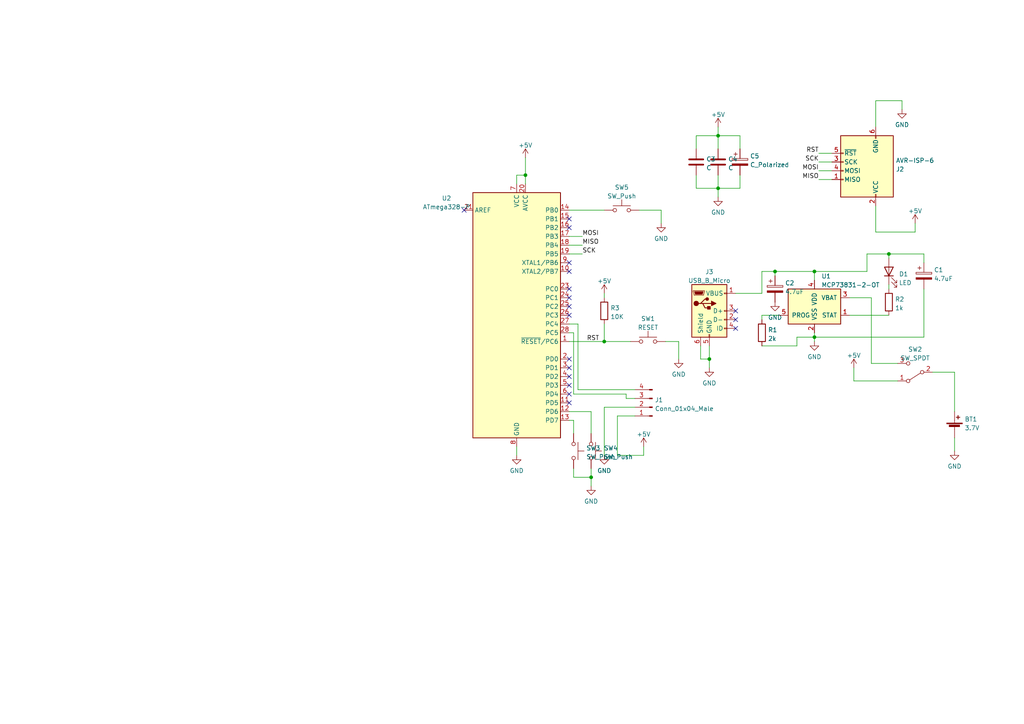
<source format=kicad_sch>
(kicad_sch (version 20211123) (generator eeschema)
  (paper "A4")
  (lib_symbols
    (symbol "Battery_Management:MCP73831-2-OT" (pin_names (offset 1.016))
      (property "Reference" "U" (at -7.62 6.35 0))
      (property "Value" "MCP73831-2-OT" (at 1.27 6.35 0))
      (symbol "MCP73831-2-OT_0_1"
        (rectangle (start -7.62 5.08) (end 7.62 -5.08) (stroke (width 0.254)) (fill (type background)))
      )
      (symbol "MCP73831-2-OT_1_1"
        (pin output line (at 10.16 -2.54 180) (length 2.54) (name "STAT") (number "1"))
        (pin power_in line (at 0 -7.62 90) (length 2.54) (name "VSS") (number "2"))
        (pin power_out line (at 10.16 2.54 180) (length 2.54) (name "VBAT") (number "3"))
        (pin power_in line (at 0 7.62 270) (length 2.54) (name "VDD") (number "4"))
        (pin input line (at -10.16 -2.54 0) (length 2.54) (name "PROG") (number "5"))
      )
    )
    (symbol "Connector:AVR-ISP-6" (pin_names (offset 1.016))
      (property "Reference" "J" (at -6.35 11.43 0))
      (property "Value" "AVR-ISP-6" (at 0 11.43 0))
      (symbol "AVR-ISP-6_0_1"
        (rectangle (start -2.667 -6.858) (end -2.413 -7.62))
        (rectangle (start -2.667 10.16) (end -2.413 9.398))
        (rectangle (start 7.62 -2.413) (end 6.858 -2.667))
        (rectangle (start 7.62 0.127) (end 6.858 -0.127))
        (rectangle (start 7.62 2.667) (end 6.858 2.413))
        (rectangle (start 7.62 5.207) (end 6.858 4.953))
        (rectangle (start 7.62 10.16) (end -7.62 -7.62) (stroke (width 0.254)) (fill (type background)))
      )
      (symbol "AVR-ISP-6_1_1"
        (pin passive line (at 10.16 5.08 180) (length 2.54) (name "MISO") (number "1"))
        (pin passive line (at -2.54 12.7 270) (length 2.54) (name "VCC") (number "2"))
        (pin passive line (at 10.16 0 180) (length 2.54) (name "SCK") (number "3"))
        (pin passive line (at 10.16 2.54 180) (length 2.54) (name "MOSI") (number "4"))
        (pin passive line (at 10.16 -2.54 180) (length 2.54) (name "~{RST}") (number "5"))
        (pin passive line (at -2.54 -10.16 90) (length 2.54) (name "GND") (number "6"))
      )
    )
    (symbol "Connector:Conn_01x04_Male" (pin_names (offset 1.016) hide)
      (property "Reference" "J" (at 0 5.08 0))
      (property "Value" "Conn_01x04_Male" (at 0 -7.62 0))
      (symbol "Conn_01x04_Male_1_1"
        (polyline (pts (xy 1.27 -5.08) (xy 0.8636 -5.08)) (stroke (width 0.1524)))
        (polyline (pts (xy 1.27 -2.54) (xy 0.8636 -2.54)) (stroke (width 0.1524)))
        (polyline (pts (xy 1.27 0) (xy 0.8636 0)) (stroke (width 0.1524)))
        (polyline (pts (xy 1.27 2.54) (xy 0.8636 2.54)) (stroke (width 0.1524)))
        (rectangle (start 0.8636 -4.953) (end 0 -5.207) (stroke (width 0.1524)) (fill (type outline)))
        (rectangle (start 0.8636 -2.413) (end 0 -2.667) (stroke (width 0.1524)) (fill (type outline)))
        (rectangle (start 0.8636 0.127) (end 0 -0.127) (stroke (width 0.1524)) (fill (type outline)))
        (rectangle (start 0.8636 2.667) (end 0 2.413) (stroke (width 0.1524)) (fill (type outline)))
        (pin passive line (at 5.08 2.54 180) (length 3.81) (name "Pin_1") (number "1"))
        (pin passive line (at 5.08 0 180) (length 3.81) (name "Pin_2") (number "2"))
        (pin passive line (at 5.08 -2.54 180) (length 3.81) (name "Pin_3") (number "3"))
        (pin passive line (at 5.08 -5.08 180) (length 3.81) (name "Pin_4") (number "4"))
      )
    )
    (symbol "Connector:USB_B_Micro" (pin_names (offset 1.016))
      (property "Reference" "J" (at -5.08 11.43 0))
      (property "Value" "USB_B_Micro" (at -5.08 8.89 0))
      (symbol "USB_B_Micro_0_1"
        (rectangle (start -5.08 -7.62) (end 5.08 7.62) (stroke (width 0.254)) (fill (type background)))
        (circle (center -3.81 2.159) (radius 0.635) (stroke (width 0.254)) (fill (type outline)))
        (circle (center -0.635 3.429) (radius 0.381) (stroke (width 0.254)) (fill (type outline)))
        (rectangle (start -0.127 -7.62) (end 0.127 -6.858))
        (polyline (pts (xy -1.905 2.159) (xy 0.635 2.159)) (stroke (width 0.254)))
        (polyline (pts (xy -3.175 2.159) (xy -2.54 2.159) (xy -1.27 3.429) (xy -0.635 3.429)) (stroke (width 0.254)))
        (polyline (pts (xy -2.54 2.159) (xy -1.905 2.159) (xy -1.27 0.889) (xy 0 0.889)) (stroke (width 0.254)))
        (polyline (pts (xy 0.635 2.794) (xy 0.635 1.524) (xy 1.905 2.159) (xy 0.635 2.794)) (stroke (width 0.254)) (fill (type outline)))
        (polyline (pts (xy -4.318 5.588) (xy -1.778 5.588) (xy -2.032 4.826) (xy -4.064 4.826) (xy -4.318 5.588)) (fill (type outline)))
        (polyline (pts (xy -4.699 5.842) (xy -4.699 5.588) (xy -4.445 4.826) (xy -4.445 4.572) (xy -1.651 4.572) (xy -1.651 4.826) (xy -1.397 5.588) (xy -1.397 5.842) (xy -4.699 5.842)))
        (rectangle (start 0.254 1.27) (end -0.508 0.508) (stroke (width 0.254)) (fill (type outline)))
        (rectangle (start 5.08 -5.207) (end 4.318 -4.953))
        (rectangle (start 5.08 -2.667) (end 4.318 -2.413))
        (rectangle (start 5.08 -0.127) (end 4.318 0.127))
        (rectangle (start 5.08 4.953) (end 4.318 5.207))
      )
      (symbol "USB_B_Micro_1_1"
        (pin power_out line (at 7.62 5.08 180) (length 2.54) (name "VBUS") (number "1"))
        (pin bidirectional line (at 7.62 -2.54 180) (length 2.54) (name "D-") (number "2"))
        (pin bidirectional line (at 7.62 0 180) (length 2.54) (name "D+") (number "3"))
        (pin passive line (at 7.62 -5.08 180) (length 2.54) (name "ID") (number "4"))
        (pin power_out line (at 0 -10.16 90) (length 2.54) (name "GND") (number "5"))
        (pin passive line (at -2.54 -10.16 90) (length 2.54) (name "Shield") (number "6"))
      )
    )
    (symbol "Device:Battery_Cell" (pin_numbers hide) (pin_names (offset 0) hide)
      (property "Reference" "BT" (at 2.54 2.54 0))
      (property "Value" "Battery_Cell" (at 2.54 0 0))
      (symbol "Battery_Cell_0_1"
        (rectangle (start -2.286 1.778) (end 2.286 1.524) (fill (type outline)))
        (rectangle (start -1.5748 1.1938) (end 1.4732 0.6858) (fill (type outline)))
        (polyline (pts (xy 0 0.762) (xy 0 0)))
        (polyline (pts (xy 0 1.778) (xy 0 2.54)))
        (polyline (pts (xy 0.508 3.429) (xy 1.524 3.429)) (stroke (width 0.254)))
        (polyline (pts (xy 1.016 3.937) (xy 1.016 2.921)) (stroke (width 0.254)))
      )
      (symbol "Battery_Cell_1_1"
        (pin passive line (at 0 5.08 270) (length 2.54) (name "+") (number "1"))
        (pin passive line (at 0 -2.54 90) (length 2.54) (name "-") (number "2"))
      )
    )
    (symbol "Device:C" (pin_numbers hide) (pin_names (offset 0.254))
      (property "Reference" "C" (at 0.635 2.54 0))
      (property "Value" "C" (at 0.635 -2.54 0))
      (symbol "C_0_1"
        (polyline (pts (xy -2.032 -0.762) (xy 2.032 -0.762)) (stroke (width 0.508)))
        (polyline (pts (xy -2.032 0.762) (xy 2.032 0.762)) (stroke (width 0.508)))
      )
      (symbol "C_1_1"
        (pin passive line (at 0 3.81 270) (length 2.794) (name "~") (number "1"))
        (pin passive line (at 0 -3.81 90) (length 2.794) (name "~") (number "2"))
      )
    )
    (symbol "Device:C_Polarized" (pin_numbers hide) (pin_names (offset 0.254))
      (property "Reference" "C" (at 0.635 2.54 0))
      (property "Value" "C_Polarized" (at 0.635 -2.54 0))
      (symbol "C_Polarized_0_1"
        (rectangle (start -2.286 0.508) (end 2.286 1.016))
        (polyline (pts (xy -1.778 2.286) (xy -0.762 2.286)))
        (polyline (pts (xy -1.27 2.794) (xy -1.27 1.778)))
        (rectangle (start 2.286 -0.508) (end -2.286 -1.016) (fill (type outline)))
      )
      (symbol "C_Polarized_1_1"
        (pin passive line (at 0 3.81 270) (length 2.794) (name "~") (number "1"))
        (pin passive line (at 0 -3.81 90) (length 2.794) (name "~") (number "2"))
      )
    )
    (symbol "Device:LED" (pin_numbers hide) (pin_names (offset 1.016) hide)
      (property "Reference" "D" (at 0 2.54 0))
      (property "Value" "LED" (at 0 -2.54 0))
      (symbol "LED_0_1"
        (polyline (pts (xy -1.27 -1.27) (xy -1.27 1.27)) (stroke (width 0.254)))
        (polyline (pts (xy -1.27 0) (xy 1.27 0)))
        (polyline (pts (xy 1.27 -1.27) (xy 1.27 1.27) (xy -1.27 0) (xy 1.27 -1.27)) (stroke (width 0.254)))
        (polyline (pts (xy -3.048 -0.762) (xy -4.572 -2.286) (xy -3.81 -2.286) (xy -4.572 -2.286) (xy -4.572 -1.524)))
        (polyline (pts (xy -1.778 -0.762) (xy -3.302 -2.286) (xy -2.54 -2.286) (xy -3.302 -2.286) (xy -3.302 -1.524)))
      )
      (symbol "LED_1_1"
        (pin passive line (at -3.81 0 0) (length 2.54) (name "K") (number "1"))
        (pin passive line (at 3.81 0 180) (length 2.54) (name "A") (number "2"))
      )
    )
    (symbol "Device:R" (pin_numbers hide) (pin_names (offset 0))
      (property "Reference" "R" (at 2.032 0 90))
      (property "Value" "R" (at 0 0 90))
      (symbol "R_0_1"
        (rectangle (start -1.016 -2.54) (end 1.016 2.54) (stroke (width 0.254)))
      )
      (symbol "R_1_1"
        (pin passive line (at 0 3.81 270) (length 1.27) (name "~") (number "1"))
        (pin passive line (at 0 -3.81 90) (length 1.27) (name "~") (number "2"))
      )
    )
    (symbol "MCU_Microchip_ATmega:ATmega328-P"
      (property "Reference" "U" (at -12.7 36.83 0))
      (property "Value" "ATmega328-P" (at 2.54 -36.83 0))
      (symbol "ATmega328-P_0_1"
        (rectangle (start -12.7 -35.56) (end 12.7 35.56) (stroke (width 0.254)) (fill (type background)))
      )
      (symbol "ATmega328-P_1_1"
        (pin bidirectional line (at 15.24 -7.62 180) (length 2.54) (name "~{RESET}/PC6") (number "1"))
        (pin bidirectional line (at 15.24 12.7 180) (length 2.54) (name "XTAL2/PB7") (number "10"))
        (pin bidirectional line (at 15.24 -25.4 180) (length 2.54) (name "PD5") (number "11"))
        (pin bidirectional line (at 15.24 -27.94 180) (length 2.54) (name "PD6") (number "12"))
        (pin bidirectional line (at 15.24 -30.48 180) (length 2.54) (name "PD7") (number "13"))
        (pin bidirectional line (at 15.24 30.48 180) (length 2.54) (name "PB0") (number "14"))
        (pin bidirectional line (at 15.24 27.94 180) (length 2.54) (name "PB1") (number "15"))
        (pin bidirectional line (at 15.24 25.4 180) (length 2.54) (name "PB2") (number "16"))
        (pin bidirectional line (at 15.24 22.86 180) (length 2.54) (name "PB3") (number "17"))
        (pin bidirectional line (at 15.24 20.32 180) (length 2.54) (name "PB4") (number "18"))
        (pin bidirectional line (at 15.24 17.78 180) (length 2.54) (name "PB5") (number "19"))
        (pin bidirectional line (at 15.24 -12.7 180) (length 2.54) (name "PD0") (number "2"))
        (pin power_in line (at 2.54 38.1 270) (length 2.54) (name "AVCC") (number "20"))
        (pin passive line (at -15.24 30.48 0) (length 2.54) (name "AREF") (number "21"))
        (pin passive line (at 0 -38.1 90) (length 2.54) hide (name "GND") (number "22"))
        (pin bidirectional line (at 15.24 7.62 180) (length 2.54) (name "PC0") (number "23"))
        (pin bidirectional line (at 15.24 5.08 180) (length 2.54) (name "PC1") (number "24"))
        (pin bidirectional line (at 15.24 2.54 180) (length 2.54) (name "PC2") (number "25"))
        (pin bidirectional line (at 15.24 0 180) (length 2.54) (name "PC3") (number "26"))
        (pin bidirectional line (at 15.24 -2.54 180) (length 2.54) (name "PC4") (number "27"))
        (pin bidirectional line (at 15.24 -5.08 180) (length 2.54) (name "PC5") (number "28"))
        (pin bidirectional line (at 15.24 -15.24 180) (length 2.54) (name "PD1") (number "3"))
        (pin bidirectional line (at 15.24 -17.78 180) (length 2.54) (name "PD2") (number "4"))
        (pin bidirectional line (at 15.24 -20.32 180) (length 2.54) (name "PD3") (number "5"))
        (pin bidirectional line (at 15.24 -22.86 180) (length 2.54) (name "PD4") (number "6"))
        (pin power_in line (at 0 38.1 270) (length 2.54) (name "VCC") (number "7"))
        (pin power_in line (at 0 -38.1 90) (length 2.54) (name "GND") (number "8"))
        (pin bidirectional line (at 15.24 15.24 180) (length 2.54) (name "XTAL1/PB6") (number "9"))
      )
    )
    (symbol "Switch:SW_Push" (pin_numbers hide) (pin_names (offset 1.016) hide)
      (property "Reference" "SW" (at 1.27 2.54 0))
      (property "Value" "SW_Push" (at 0 -1.524 0))
      (symbol "SW_Push_0_1"
        (circle (center -2.032 0) (radius 0.508))
        (polyline (pts (xy 0 1.27) (xy 0 3.048)))
        (polyline (pts (xy 2.54 1.27) (xy -2.54 1.27)))
        (circle (center 2.032 0) (radius 0.508))
        (pin passive line (at -5.08 0 0) (length 2.54) (name "1") (number "1"))
        (pin passive line (at 5.08 0 180) (length 2.54) (name "2") (number "2"))
      )
    )
    (symbol "Switch:SW_SPDT" (pin_names (offset 0) hide)
      (property "Reference" "SW" (at 0 4.318 0))
      (property "Value" "SW_SPDT" (at 0 -5.08 0))
      (symbol "SW_SPDT_0_0"
        (circle (center -2.032 0) (radius 0.508))
        (circle (center 2.032 -2.54) (radius 0.508))
      )
      (symbol "SW_SPDT_0_1"
        (polyline (pts (xy -1.524 0.254) (xy 1.651 2.286)))
        (circle (center 2.032 2.54) (radius 0.508))
      )
      (symbol "SW_SPDT_1_1"
        (pin passive line (at 5.08 2.54 180) (length 2.54) (name "A") (number "1"))
        (pin passive line (at -5.08 0 0) (length 2.54) (name "B") (number "2"))
        (pin passive line (at 5.08 -2.54 180) (length 2.54) (name "C") (number "3"))
      )
    )
    (symbol "power:+5V" (power) (pin_names (offset 0))
      (property "Value" "+5V" (at 0 3.556 0))
      (symbol "+5V_0_1"
        (polyline (pts (xy -0.762 1.27) (xy 0 2.54)))
        (polyline (pts (xy 0 0) (xy 0 2.54)))
        (polyline (pts (xy 0 2.54) (xy 0.762 1.27)))
      )
      (symbol "+5V_1_1"
        (pin power_in line (at 0 0 90) (length 0) hide (name "+5V") (number "1"))
      )
    )
    (symbol "power:GND" (power) (pin_names (offset 0))
      (property "Value" "GND" (at 0 -3.81 0))
      (symbol "GND_0_1"
        (polyline (pts (xy 0 0) (xy 0 -1.27) (xy 1.27 -1.27) (xy 0 -2.54) (xy -1.27 -1.27) (xy 0 -1.27)))
      )
      (symbol "GND_1_1"
        (pin power_in line (at 0 0 270) (length 0) hide (name "GND") (number "1"))
      )
    )
  )
  (junction (at 152.4 50.8))
  (junction (at 171.45 138.43))
  (junction (at 205.74 104.14))
  (junction (at 208.28 54.61))
  (junction (at 257.81 73.66))
  (junction (at 175.26 99.06))
  (junction (at 208.28 39.37))
  (junction (at 224.79 78.74))
  (junction (at 236.22 78.74))
  (junction (at 236.22 97.79))
  (no_connect (at 165.1 104.14))
  (no_connect (at 165.1 106.68))
  (no_connect (at 165.1 66.04))
  (no_connect (at 165.1 63.5))
  (no_connect (at 165.1 78.74))
  (no_connect (at 165.1 91.44))
  (no_connect (at 165.1 88.9))
  (no_connect (at 165.1 86.36))
  (no_connect (at 165.1 83.82))
  (no_connect (at 165.1 76.2))
  (no_connect (at 213.36 95.25))
  (no_connect (at 213.36 90.17))
  (no_connect (at 213.36 92.71))
  (no_connect (at 165.1 109.22))
  (no_connect (at 165.1 111.76))
  (no_connect (at 165.1 114.3))
  (no_connect (at 165.1 116.84))
  (no_connect (at 134.62 60.96))
  (wire (pts (xy 203.2 100.33) (xy 203.2 104.14)))
  (wire (pts (xy 171.45 119.38) (xy 171.45 125.73)))
  (wire (pts (xy 175.26 93.98) (xy 175.26 99.06)))
  (wire (pts (xy 205.74 104.14) (xy 205.74 106.68)))
  (wire (pts (xy 166.37 96.52) (xy 166.37 114.3)))
  (wire (pts (xy 220.98 85.09) (xy 220.98 78.74)))
  (wire (pts (xy 175.26 118.11) (xy 175.26 132.08)))
  (wire (pts (xy 165.1 93.98) (xy 167.64 93.98)))
  (wire (pts (xy 247.65 106.68) (xy 247.65 110.49)))
  (wire (pts (xy 152.4 45.72) (xy 152.4 50.8)))
  (wire (pts (xy 208.28 36.83) (xy 208.28 39.37)))
  (wire (pts (xy 220.98 92.71) (xy 220.98 91.44)))
  (wire (pts (xy 236.22 97.79) (xy 267.97 97.79)))
  (wire (pts (xy 201.93 43.18) (xy 201.93 39.37)))
  (wire (pts (xy 181.61 114.3) (xy 181.61 115.57)))
  (wire (pts (xy 201.93 39.37) (xy 208.28 39.37)))
  (wire (pts (xy 224.79 78.74) (xy 236.22 78.74)))
  (wire (pts (xy 165.1 121.92) (xy 166.37 121.92)))
  (wire (pts (xy 184.15 120.65) (xy 179.07 120.65)))
  (wire (pts (xy 208.28 54.61) (xy 208.28 57.15)))
  (wire (pts (xy 149.86 129.54) (xy 149.86 132.08)))
  (wire (pts (xy 252.73 86.36) (xy 252.73 105.41)))
  (wire (pts (xy 149.86 53.34) (xy 149.86 50.8)))
  (wire (pts (xy 220.98 91.44) (xy 226.06 91.44)))
  (wire (pts (xy 208.28 39.37) (xy 214.63 39.37)))
  (wire (pts (xy 236.22 97.79) (xy 236.22 99.06)))
  (wire (pts (xy 213.36 85.09) (xy 220.98 85.09)))
  (wire (pts (xy 186.69 129.54) (xy 186.69 132.08)))
  (wire (pts (xy 179.07 120.65) (xy 179.07 132.08)))
  (wire (pts (xy 184.15 118.11) (xy 175.26 118.11)))
  (wire (pts (xy 231.14 100.33) (xy 231.14 97.79)))
  (wire (pts (xy 236.22 78.74) (xy 236.22 81.28)))
  (wire (pts (xy 237.49 44.45) (xy 241.3 44.45)))
  (wire (pts (xy 254 36.83) (xy 254 29.21)))
  (wire (pts (xy 185.42 60.96) (xy 191.77 60.96)))
  (wire (pts (xy 205.74 104.14) (xy 205.74 100.33)))
  (wire (pts (xy 171.45 138.43) (xy 171.45 140.97)))
  (wire (pts (xy 267.97 97.79) (xy 267.97 83.82)))
  (wire (pts (xy 149.86 50.8) (xy 152.4 50.8)))
  (wire (pts (xy 236.22 78.74) (xy 251.46 78.74)))
  (wire (pts (xy 166.37 121.92) (xy 166.37 125.73)))
  (wire (pts (xy 179.07 132.08) (xy 186.69 132.08)))
  (wire (pts (xy 171.45 135.89) (xy 171.45 138.43)))
  (wire (pts (xy 252.73 105.41) (xy 260.35 105.41)))
  (wire (pts (xy 167.64 113.03) (xy 184.15 113.03)))
  (wire (pts (xy 208.28 50.8) (xy 208.28 54.61)))
  (wire (pts (xy 261.62 29.21) (xy 261.62 31.75)))
  (wire (pts (xy 251.46 73.66) (xy 257.81 73.66)))
  (wire (pts (xy 231.14 97.79) (xy 236.22 97.79)))
  (wire (pts (xy 203.2 104.14) (xy 205.74 104.14)))
  (wire (pts (xy 165.1 96.52) (xy 166.37 96.52)))
  (wire (pts (xy 196.85 104.14) (xy 196.85 99.06)))
  (wire (pts (xy 257.81 73.66) (xy 267.97 73.66)))
  (wire (pts (xy 237.49 49.53) (xy 241.3 49.53)))
  (wire (pts (xy 265.43 64.77) (xy 265.43 67.31)))
  (wire (pts (xy 201.93 54.61) (xy 208.28 54.61)))
  (wire (pts (xy 165.1 60.96) (xy 175.26 60.96)))
  (wire (pts (xy 260.35 110.49) (xy 247.65 110.49)))
  (wire (pts (xy 165.1 68.58) (xy 168.91 68.58)))
  (wire (pts (xy 267.97 73.66) (xy 267.97 76.2)))
  (wire (pts (xy 165.1 99.06) (xy 175.26 99.06)))
  (wire (pts (xy 214.63 54.61) (xy 214.63 50.8)))
  (wire (pts (xy 208.28 39.37) (xy 208.28 43.18)))
  (wire (pts (xy 237.49 52.07) (xy 241.3 52.07)))
  (wire (pts (xy 257.81 82.55) (xy 257.81 83.82)))
  (wire (pts (xy 191.77 60.96) (xy 191.77 64.77)))
  (wire (pts (xy 166.37 135.89) (xy 166.37 138.43)))
  (wire (pts (xy 166.37 138.43) (xy 171.45 138.43)))
  (wire (pts (xy 208.28 54.61) (xy 214.63 54.61)))
  (wire (pts (xy 246.38 91.44) (xy 257.81 91.44)))
  (wire (pts (xy 165.1 119.38) (xy 171.45 119.38)))
  (wire (pts (xy 152.4 50.8) (xy 152.4 53.34)))
  (wire (pts (xy 224.79 78.74) (xy 224.79 80.01)))
  (wire (pts (xy 175.26 85.09) (xy 175.26 86.36)))
  (wire (pts (xy 165.1 71.12) (xy 168.91 71.12)))
  (wire (pts (xy 214.63 39.37) (xy 214.63 43.18)))
  (wire (pts (xy 165.1 73.66) (xy 168.91 73.66)))
  (wire (pts (xy 254 29.21) (xy 261.62 29.21)))
  (wire (pts (xy 254 59.69) (xy 254 67.31)))
  (wire (pts (xy 220.98 100.33) (xy 231.14 100.33)))
  (wire (pts (xy 270.51 107.95) (xy 276.86 107.95)))
  (wire (pts (xy 237.49 46.99) (xy 241.3 46.99)))
  (wire (pts (xy 251.46 78.74) (xy 251.46 73.66)))
  (wire (pts (xy 220.98 78.74) (xy 224.79 78.74)))
  (wire (pts (xy 175.26 99.06) (xy 182.88 99.06)))
  (wire (pts (xy 276.86 107.95) (xy 276.86 119.38)))
  (wire (pts (xy 201.93 50.8) (xy 201.93 54.61)))
  (wire (pts (xy 196.85 99.06) (xy 193.04 99.06)))
  (wire (pts (xy 181.61 115.57) (xy 184.15 115.57)))
  (wire (pts (xy 167.64 93.98) (xy 167.64 113.03)))
  (wire (pts (xy 166.37 114.3) (xy 181.61 114.3)))
  (wire (pts (xy 276.86 127) (xy 276.86 130.81)))
  (wire (pts (xy 254 67.31) (xy 265.43 67.31)))
  (wire (pts (xy 257.81 73.66) (xy 257.81 74.93)))
  (wire (pts (xy 236.22 96.52) (xy 236.22 97.79)))
  (wire (pts (xy 246.38 86.36) (xy 252.73 86.36)))
  (label "MOSI" (at 237.49 49.53 180))
  (label "MOSI" (at 168.91 68.58 0))
  (label "SCK" (at 237.49 46.99 180))
  (label "RST" (at 170.18 99.06 0))
  (label "SCK" (at 168.91 73.66 0))
  (label "RST" (at 237.49 44.45 180))
  (label "MISO" (at 168.91 71.12 0))
  (label "MISO" (at 237.49 52.07 180))
  (symbol (lib_id "power:GND") (at 236.22 99.06 0) (unit 1)
    (property "Reference" "#PWR0109" (effects hide))
    (property "Value" "GND" (at 236.22 103.5034 0))
  )
  (symbol (lib_id "Device:R") (at 175.26 90.17 0) (unit 1)
    (property "Reference" "R3" (at 177.038 89.3353 0) (effects (justify left)))
    (property "Value" "10K" (at 177.038 91.8722 0) (effects (justify left)))
    (property "Footprint" "Resistor_THT:R_Axial_DIN0207_L6.3mm_D2.5mm_P7.62mm_Horizontal" (effects hide))
  )
  (symbol (lib_id "Device:C_Polarized") (at 214.63 46.99 0) (unit 1)
    (property "Reference" "C5" (at 217.551 45.2663 0) (effects (justify left)))
    (property "Value" "C_Polarized" (at 217.551 47.8032 0) (effects (justify left)))
    (property "Footprint" "Capacitor_THT:CP_Radial_D5.0mm_P2.50mm" (effects hide))
  )
  (symbol (lib_id "power:GND") (at 261.62 31.75 0) (unit 1)
    (property "Reference" "#PWR0108" (effects hide))
    (property "Value" "GND" (at 261.62 36.1934 0))
  )
  (symbol (lib_id "Switch:SW_Push") (at 171.45 130.81 270) (unit 1)
    (property "Reference" "SW4" (at 175.133 129.9753 90) (effects (justify left)))
    (property "Value" "SW_Push" (at 175.133 132.5122 90) (effects (justify left)))
    (property "Footprint" "Button_Switch_THT:SW_PUSH_6mm" (effects hide))
  )
  (symbol (lib_id "Device:R") (at 257.81 87.63 0) (unit 1)
    (property "Reference" "R2" (at 259.588 86.7953 0) (effects (justify left)))
    (property "Value" "1k" (at 259.588 89.3322 0) (effects (justify left)))
    (property "Footprint" "Resistor_THT:R_Axial_DIN0207_L6.3mm_D2.5mm_P7.62mm_Horizontal" (effects hide))
  )
  (symbol (lib_id "power:+5V") (at 186.69 129.54 0) (unit 1)
    (property "Reference" "#PWR0101" (effects hide))
    (property "Value" "+5V" (at 186.69 125.9642 0))
  )
  (symbol (lib_id "Connector:USB_B_Micro") (at 205.74 90.17 0) (unit 1)
    (property "Reference" "J3" (at 205.74 78.8502 0))
    (property "Value" "USB_B_Micro" (at 205.74 81.3871 0))
    (property "Footprint" "Connector_USB:USB_Micro-B_Molex_47346-0001" (effects hide))
  )
  (symbol (lib_id "Device:C") (at 201.93 46.99 0) (unit 1)
    (property "Reference" "C3" (at 204.851 46.1553 0) (effects (justify left)))
    (property "Value" "C" (at 204.851 48.6922 0) (effects (justify left)))
    (property "Footprint" "Capacitor_THT:C_Disc_D6.0mm_W2.5mm_P5.00mm" (effects hide))
  )
  (symbol (lib_id "power:+5V") (at 152.4 45.72 0) (unit 1)
    (property "Reference" "#PWR0106" (effects hide))
    (property "Value" "+5V" (at 152.4 42.1442 0))
  )
  (symbol (lib_id "Connector:AVR-ISP-6") (at 251.46 46.99 180) (unit 1)
    (property "Reference" "J2" (at 259.8419 49.0947 0) (effects (justify right)))
    (property "Value" "AVR-ISP-6" (at 259.8419 46.5578 0) (effects (justify right)))
    (property "Footprint" "Connector_PinHeader_2.54mm:PinHeader_2x03_P2.54mm_Vertical" (effects hide))
    (property "Datasheet" " ~" (effects hide))
  )
  (symbol (lib_id "power:GND") (at 191.77 64.77 0) (unit 1)
    (property "Reference" "#PWR0115" (effects hide))
    (property "Value" "GND" (at 191.77 69.2134 0))
  )
  (symbol (lib_id "power:GND") (at 149.86 132.08 0) (unit 1)
    (property "Reference" "#PWR0102" (effects hide))
    (property "Value" "GND" (at 149.86 136.5234 0))
  )
  (symbol (lib_id "MCU_Microchip_ATmega:ATmega328-P") (at 149.86 91.44 0) (unit 1)
    (property "Reference" "U2" (at 129.5151 57.5016 0))
    (property "Value" "ATmega328-P" (at 129.5151 60.0385 0))
    (property "Footprint" "Package_DIP:DIP-28_W7.62mm" (effects hide))
    (property "Datasheet" "http://ww1.microchip.com/downloads/en/DeviceDoc/ATmega328_P%20AVR%20MCU%20with%20picoPower%20Technology%20Data%20Sheet%2040001984A.pdf" (effects hide))
  )
  (symbol (lib_id "power:+5V") (at 208.28 36.83 0) (unit 1)
    (property "Reference" "#PWR0117" (effects hide))
    (property "Value" "+5V" (at 208.28 33.2542 0))
  )
  (symbol (lib_id "Device:C") (at 208.28 46.99 0) (unit 1)
    (property "Reference" "C4" (at 211.201 46.1553 0) (effects (justify left)))
    (property "Value" "C" (at 211.201 48.6922 0) (effects (justify left)))
    (property "Footprint" "Capacitor_THT:C_Disc_D6.0mm_W2.5mm_P5.00mm" (effects hide))
  )
  (symbol (lib_id "Battery_Management:MCP73831-2-OT") (at 236.22 88.9 0) (unit 1)
    (property "Reference" "U1" (at 238.2394 80.1202 0) (effects (justify left)))
    (property "Value" "MCP73831-2-OT" (at 238.2394 82.6571 0) (effects (justify left)))
    (property "Footprint" "Package_TO_SOT_SMD:SOT-23-5" (effects hide))
    (property "Datasheet" "http://ww1.microchip.com/downloads/en/DeviceDoc/20001984g.pdf" (effects hide))
  )
  (symbol (lib_id "power:+5V") (at 265.43 64.77 0) (unit 1)
    (property "Reference" "#PWR0107" (effects hide))
    (property "Value" "+5V" (at 265.43 61.1942 0))
  )
  (symbol (lib_id "power:GND") (at 276.86 130.81 0) (unit 1)
    (property "Reference" "#PWR0110" (effects hide))
    (property "Value" "GND" (at 276.86 135.2534 0))
  )
  (symbol (lib_id "Device:Battery_Cell") (at 276.86 124.46 0) (unit 1)
    (property "Reference" "BT1" (at 279.781 121.5933 0) (effects (justify left)))
    (property "Value" "3.7V" (at 279.781 124.1302 0) (effects (justify left)))
    (property "Footprint" "Connector_PinHeader_2.54mm:PinHeader_1x02_P2.54mm_Vertical" (effects hide))
  )
  (symbol (lib_id "Device:R") (at 220.98 96.52 0) (unit 1)
    (property "Reference" "R1" (at 222.758 95.6853 0) (effects (justify left)))
    (property "Value" "2k" (at 222.758 98.2222 0) (effects (justify left)))
    (property "Footprint" "Resistor_THT:R_Axial_DIN0207_L6.3mm_D2.5mm_P7.62mm_Horizontal" (effects hide))
  )
  (symbol (lib_id "Switch:SW_Push") (at 180.34 60.96 0) (unit 1)
    (property "Reference" "SW5" (at 180.34 54.3392 0))
    (property "Value" "SW_Push" (at 180.34 56.8761 0))
    (property "Footprint" "Button_Switch_THT:SW_PUSH_6mm" (effects hide))
  )
  (symbol (lib_id "Device:C_Polarized") (at 267.97 80.01 0) (unit 1)
    (property "Reference" "C1" (at 270.891 78.2863 0) (effects (justify left)))
    (property "Value" "4.7uF" (at 270.891 80.8232 0) (effects (justify left)))
    (property "Footprint" "Capacitor_THT:CP_Radial_D5.0mm_P2.50mm" (effects hide))
  )
  (symbol (lib_id "power:GND") (at 208.28 57.15 0) (unit 1)
    (property "Reference" "#PWR0116" (effects hide))
    (property "Value" "GND" (at 208.28 61.5934 0))
  )
  (symbol (lib_id "power:GND") (at 175.26 132.08 0) (unit 1)
    (property "Reference" "#PWR0103" (effects hide))
    (property "Value" "GND" (at 175.26 136.5234 0))
  )
  (symbol (lib_id "Switch:SW_Push") (at 187.96 99.06 0) (unit 1)
    (property "Reference" "SW1" (at 187.96 92.4392 0))
    (property "Value" "RESET" (at 187.96 94.9761 0))
    (property "Footprint" "Button_Switch_THT:SW_PUSH_6mm" (effects hide))
  )
  (symbol (lib_id "Switch:SW_SPDT") (at 265.43 107.95 180) (unit 1)
    (property "Reference" "SW2" (at 265.43 101.3292 0))
    (property "Value" "SW_SPDT" (at 265.43 103.8661 0))
    (property "Footprint" "Local_footprints:SLIDE-SWITCH" (effects hide))
  )
  (symbol (lib_id "Connector:Conn_01x04_Male") (at 189.23 118.11 180) (unit 1)
    (property "Reference" "J1" (at 189.9412 116.0053 0) (effects (justify right)))
    (property "Value" "Conn_01x04_Male" (at 189.9412 118.5422 0) (effects (justify right)))
    (property "Footprint" "Connector_PinHeader_2.54mm:PinHeader_1x04_P2.54mm_Vertical" (effects hide))
  )
  (symbol (lib_id "power:GND") (at 171.45 140.97 0) (unit 1)
    (property "Reference" "#PWR0114" (effects hide))
    (property "Value" "GND" (at 171.45 145.4134 0))
  )
  (symbol (lib_id "Switch:SW_Push") (at 166.37 130.81 270) (unit 1)
    (property "Reference" "SW3" (at 170.053 129.9753 90) (effects (justify left)))
    (property "Value" "SW_Push" (at 170.053 132.5122 90) (effects (justify left)))
    (property "Footprint" "Button_Switch_THT:SW_PUSH_6mm" (effects hide))
  )
  (symbol (lib_id "power:GND") (at 196.85 104.14 0) (unit 1)
    (property "Reference" "#PWR0104" (effects hide))
    (property "Value" "GND" (at 196.85 108.5834 0))
  )
  (symbol (lib_id "power:+5V") (at 175.26 85.09 0) (unit 1)
    (property "Reference" "#PWR0105" (effects hide))
    (property "Value" "+5V" (at 175.26 81.5142 0))
  )
  (symbol (lib_id "power:+5V") (at 247.65 106.68 0) (unit 1)
    (property "Reference" "#PWR0111" (effects hide))
    (property "Value" "+5V" (at 247.65 103.1042 0))
  )
  (symbol (lib_id "power:GND") (at 205.74 106.68 0) (unit 1)
    (property "Reference" "#PWR0112" (effects hide))
    (property "Value" "GND" (at 205.74 111.1234 0))
  )
  (symbol (lib_id "Device:LED") (at 257.81 78.74 90) (unit 1)
    (property "Reference" "D1" (at 260.731 79.4928 90) (effects (justify right)))
    (property "Value" "LED" (at 260.731 82.0297 90) (effects (justify right)))
    (property "Footprint" "LED_THT:LED_D3.0mm" (effects hide))
  )
  (symbol (lib_id "power:GND") (at 224.79 87.63 0) (unit 1)
    (property "Reference" "#PWR0113" (effects hide))
    (property "Value" "GND" (at 224.79 92.0734 0))
  )
  (symbol (lib_id "Device:C_Polarized") (at 224.79 83.82 0) (unit 1)
    (property "Reference" "C2" (at 227.711 82.0963 0) (effects (justify left)))
    (property "Value" "4.7uF" (at 227.711 84.6332 0) (effects (justify left)))
    (property "Footprint" "Capacitor_THT:CP_Radial_D5.0mm_P2.50mm" (effects hide))
  )
)
</source>
